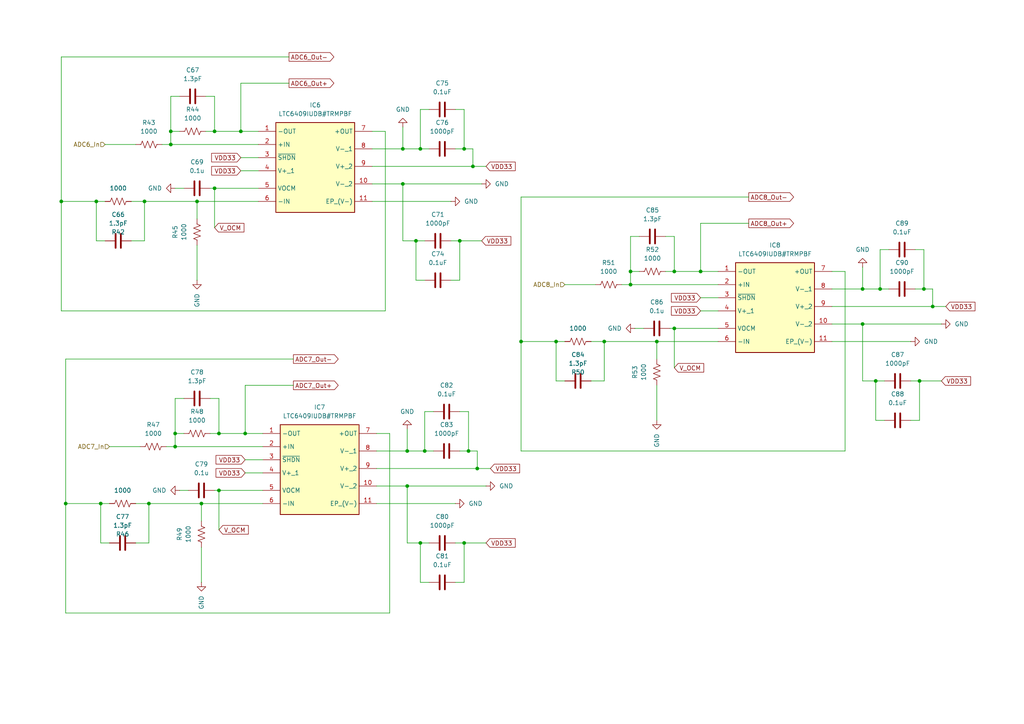
<source format=kicad_sch>
(kicad_sch (version 20231120) (generator "eeschema") (generator_version "8.0")
  (paper "A4")
  (lib_symbols
    (symbol "Device:C" (pin_numbers hide) (pin_names (offset 0.254))
      (property "Reference" "C" (at 0.635 2.54 0))
      (property "Value" "C" (at 0.635 -2.54 0))
      (symbol "C_0_1"
        (polyline (pts (xy -2.032 -0.762) (xy 2.032 -0.762)) (stroke (width 0.508)))
        (polyline (pts (xy -2.032 0.762) (xy 2.032 0.762)) (stroke (width 0.508)))
      )
      (symbol "C_1_1"
        (pin passive line (at 0 3.81 270) (length 2.794) (name "~") (number "1"))
        (pin passive line (at 0 -3.81 90) (length 2.794) (name "~") (number "2"))
      )
    )
    (symbol "Device:R_US" (pin_numbers hide) (pin_names (offset 0))
      (property "Reference" "R" (at 2.54 0 90))
      (property "Value" "R_US" (at -2.54 0 90))
      (symbol "R_US_0_1"
        (polyline (pts (xy 0 -2.286) (xy 0 -2.54)))
        (polyline (pts (xy 0 2.286) (xy 0 2.54)))
        (polyline (pts (xy 0 -0.762) (xy 1.016 -1.143) (xy 0 -1.524) (xy -1.016 -1.905) (xy 0 -2.286)))
        (polyline (pts (xy 0 0.762) (xy 1.016 0.381) (xy 0 0) (xy -1.016 -0.381) (xy 0 -0.762)))
        (polyline (pts (xy 0 2.286) (xy 1.016 1.905) (xy 0 1.524) (xy -1.016 1.143) (xy 0 0.762)))
      )
      (symbol "R_US_1_1"
        (pin passive line (at 0 3.81 270) (length 1.27) (name "~") (number "1"))
        (pin passive line (at 0 -3.81 90) (length 1.27) (name "~") (number "2"))
      )
    )
    (symbol "LTC6409IUDB#TRMPBF_1"
      (property "Reference" "IC" (at 53.34 0 0))
      (property "Value" "LTC6409IUDB#TRMPBF" (at 29.21 1.27 0))
      (symbol "LTC6409IUDB#TRMPBF_1_1_1"
        (rectangle (start 5.08 2.54) (end 27.94 -23.495) (stroke (width 0.254)) (fill (type background)))
        (pin passive line (at 0 0 0) (length 5.08) (name "-OUT") (number "1"))
        (pin passive line (at 33.02 -15.24 180) (length 5.08) (name "V-_2") (number "10"))
        (pin passive line (at 33.02 -20.32 180) (length 5.08) (name "EP_(V-)") (number "11"))
        (pin passive line (at 0 -3.81 0) (length 5.08) (name "+IN") (number "2"))
        (pin passive line (at 0 -7.62 0) (length 5.08) (name "~{SHDN}") (number "3"))
        (pin passive line (at 0 -11.43 0) (length 5.08) (name "V+_1") (number "4"))
        (pin passive line (at 0 -16.51 0) (length 5.08) (name "VOCM") (number "5"))
        (pin passive line (at 0 -20.32 0) (length 5.08) (name "-IN") (number "6"))
        (pin passive line (at 33.02 0 180) (length 5.08) (name "+OUT") (number "7"))
        (pin passive line (at 33.02 -5.08 180) (length 5.08) (name "V-_1") (number "8"))
        (pin passive line (at 33.02 -10.16 180) (length 5.08) (name "V+_2") (number "9"))
      )
    )
    (symbol "power:GND" (power) (pin_numbers hide) (pin_names (offset 0) hide)
      (property "Value" "GND" (at 0 -3.81 0))
      (symbol "GND_0_1"
        (polyline (pts (xy 0 0) (xy 0 -1.27) (xy 1.27 -1.27) (xy 0 -2.54) (xy -1.27 -1.27) (xy 0 -1.27)))
      )
      (symbol "GND_1_1"
        (pin power_in line (at 0 0 270) (length 0) (name "~") (number "1"))
      )
    )
  )
  (junction (at 134.62 43.18))
  (junction (at 63.5 142.24))
  (junction (at 266.7 110.49))
  (junction (at 50.8 129.54))
  (junction (at 133.35 69.85))
  (junction (at 151.13 99.06))
  (junction (at 123.19 130.81))
  (junction (at 203.2 78.74))
  (junction (at 62.23 38.1))
  (junction (at 49.53 41.91))
  (junction (at 27.94 58.42))
  (junction (at 190.5 99.06))
  (junction (at 250.19 83.82))
  (junction (at 250.19 93.98))
  (junction (at 137.16 48.26))
  (junction (at 69.85 38.1))
  (junction (at 116.84 43.18))
  (junction (at 50.8 125.73))
  (junction (at 57.15 58.42))
  (junction (at 19.05 146.05))
  (junction (at 118.11 130.81))
  (junction (at 161.29 99.06))
  (junction (at 134.62 157.48))
  (junction (at 255.27 83.82))
  (junction (at 195.58 78.74))
  (junction (at 62.23 54.61))
  (junction (at 175.26 99.06))
  (junction (at 43.18 146.05))
  (junction (at 41.91 58.42))
  (junction (at 182.88 82.55))
  (junction (at 267.97 83.82))
  (junction (at 63.5 125.73))
  (junction (at 254 110.49))
  (junction (at 195.58 95.25))
  (junction (at 182.88 78.74))
  (junction (at 71.12 125.73))
  (junction (at 17.78 58.42))
  (junction (at 58.42 146.05))
  (junction (at 121.92 43.18))
  (junction (at 135.89 130.81))
  (junction (at 121.92 157.48))
  (junction (at 270.51 88.9))
  (junction (at 118.11 140.97))
  (junction (at 138.43 135.89))
  (junction (at 49.53 38.1))
  (junction (at 116.84 53.34))
  (junction (at 29.21 146.05))
  (junction (at 120.65 69.85))
  (wire (pts (xy 254 121.92) (xy 254 110.49)))
  (wire (pts (xy 29.21 146.05) (xy 29.21 157.48)))
  (wire (pts (xy 107.95 48.26) (xy 137.16 48.26)))
  (wire (pts (xy 62.23 142.24) (xy 63.5 142.24)))
  (wire (pts (xy 63.5 115.57) (xy 63.5 125.73)))
  (wire (pts (xy 123.19 130.81) (xy 125.73 130.81)))
  (wire (pts (xy 60.96 115.57) (xy 63.5 115.57)))
  (wire (pts (xy 69.85 45.72) (xy 74.93 45.72)))
  (wire (pts (xy 50.8 54.61) (xy 53.34 54.61)))
  (wire (pts (xy 30.48 58.42) (xy 27.94 58.42)))
  (wire (pts (xy 182.88 82.55) (xy 208.28 82.55)))
  (wire (pts (xy 182.88 68.58) (xy 182.88 78.74)))
  (wire (pts (xy 171.45 99.06) (xy 175.26 99.06)))
  (wire (pts (xy 50.8 125.73) (xy 53.34 125.73)))
  (wire (pts (xy 31.75 146.05) (xy 29.21 146.05)))
  (wire (pts (xy 121.92 31.75) (xy 121.92 43.18)))
  (wire (pts (xy 120.65 69.85) (xy 123.19 69.85)))
  (wire (pts (xy 255.27 83.82) (xy 257.81 83.82)))
  (wire (pts (xy 69.85 38.1) (xy 69.85 24.13)))
  (wire (pts (xy 163.83 110.49) (xy 161.29 110.49)))
  (wire (pts (xy 38.1 58.42) (xy 41.91 58.42)))
  (wire (pts (xy 267.97 83.82) (xy 270.51 83.82)))
  (wire (pts (xy 116.84 53.34) (xy 139.7 53.34)))
  (wire (pts (xy 62.23 27.94) (xy 62.23 38.1)))
  (wire (pts (xy 58.42 168.91) (xy 58.42 158.75)))
  (wire (pts (xy 111.76 38.1) (xy 111.76 90.17)))
  (wire (pts (xy 118.11 140.97) (xy 140.97 140.97)))
  (wire (pts (xy 137.16 43.18) (xy 137.16 48.26)))
  (wire (pts (xy 43.18 146.05) (xy 43.18 157.48)))
  (wire (pts (xy 134.62 157.48) (xy 140.97 157.48)))
  (wire (pts (xy 151.13 99.06) (xy 151.13 57.15)))
  (wire (pts (xy 50.8 115.57) (xy 50.8 125.73)))
  (wire (pts (xy 163.83 82.55) (xy 172.72 82.55)))
  (wire (pts (xy 48.26 129.54) (xy 50.8 129.54)))
  (wire (pts (xy 109.22 140.97) (xy 118.11 140.97)))
  (wire (pts (xy 17.78 58.42) (xy 17.78 90.17)))
  (wire (pts (xy 135.89 130.81) (xy 138.43 130.81)))
  (wire (pts (xy 250.19 110.49) (xy 254 110.49)))
  (wire (pts (xy 124.46 31.75) (xy 121.92 31.75)))
  (wire (pts (xy 19.05 146.05) (xy 19.05 104.14)))
  (wire (pts (xy 57.15 81.28) (xy 57.15 71.12)))
  (wire (pts (xy 60.96 125.73) (xy 63.5 125.73)))
  (wire (pts (xy 241.3 88.9) (xy 270.51 88.9)))
  (wire (pts (xy 182.88 82.55) (xy 182.88 78.74)))
  (wire (pts (xy 63.5 142.24) (xy 63.5 153.67)))
  (wire (pts (xy 151.13 99.06) (xy 161.29 99.06)))
  (wire (pts (xy 250.19 77.47) (xy 250.19 83.82)))
  (wire (pts (xy 193.04 78.74) (xy 195.58 78.74)))
  (wire (pts (xy 109.22 135.89) (xy 138.43 135.89)))
  (wire (pts (xy 250.19 93.98) (xy 250.19 110.49)))
  (wire (pts (xy 138.43 135.89) (xy 142.24 135.89)))
  (wire (pts (xy 175.26 99.06) (xy 175.26 110.49)))
  (wire (pts (xy 63.5 142.24) (xy 76.2 142.24)))
  (wire (pts (xy 39.37 146.05) (xy 43.18 146.05)))
  (wire (pts (xy 107.95 58.42) (xy 130.81 58.42)))
  (wire (pts (xy 50.8 129.54) (xy 76.2 129.54)))
  (wire (pts (xy 19.05 146.05) (xy 29.21 146.05)))
  (wire (pts (xy 134.62 31.75) (xy 134.62 43.18)))
  (wire (pts (xy 17.78 58.42) (xy 17.78 16.51)))
  (wire (pts (xy 71.12 125.73) (xy 71.12 111.76)))
  (wire (pts (xy 255.27 72.39) (xy 255.27 83.82)))
  (wire (pts (xy 180.34 82.55) (xy 182.88 82.55)))
  (wire (pts (xy 203.2 86.36) (xy 208.28 86.36)))
  (wire (pts (xy 57.15 63.5) (xy 57.15 58.42)))
  (wire (pts (xy 151.13 99.06) (xy 151.13 130.81)))
  (wire (pts (xy 60.96 54.61) (xy 62.23 54.61)))
  (wire (pts (xy 121.92 157.48) (xy 124.46 157.48)))
  (wire (pts (xy 43.18 146.05) (xy 58.42 146.05)))
  (wire (pts (xy 135.89 119.38) (xy 135.89 130.81)))
  (wire (pts (xy 118.11 157.48) (xy 121.92 157.48)))
  (wire (pts (xy 109.22 146.05) (xy 132.08 146.05)))
  (wire (pts (xy 30.48 69.85) (xy 27.94 69.85)))
  (wire (pts (xy 109.22 130.81) (xy 118.11 130.81)))
  (wire (pts (xy 124.46 168.91) (xy 121.92 168.91)))
  (wire (pts (xy 118.11 130.81) (xy 123.19 130.81)))
  (wire (pts (xy 49.53 41.91) (xy 49.53 38.1)))
  (wire (pts (xy 50.8 129.54) (xy 50.8 125.73)))
  (wire (pts (xy 137.16 48.26) (xy 140.97 48.26)))
  (wire (pts (xy 118.11 140.97) (xy 118.11 157.48)))
  (wire (pts (xy 113.03 177.8) (xy 19.05 177.8)))
  (wire (pts (xy 69.85 49.53) (xy 74.93 49.53)))
  (wire (pts (xy 41.91 58.42) (xy 57.15 58.42)))
  (wire (pts (xy 31.75 129.54) (xy 40.64 129.54)))
  (wire (pts (xy 113.03 125.73) (xy 113.03 177.8)))
  (wire (pts (xy 62.23 38.1) (xy 69.85 38.1)))
  (wire (pts (xy 265.43 83.82) (xy 267.97 83.82)))
  (wire (pts (xy 203.2 78.74) (xy 203.2 64.77)))
  (wire (pts (xy 264.16 121.92) (xy 266.7 121.92)))
  (wire (pts (xy 130.81 69.85) (xy 133.35 69.85)))
  (wire (pts (xy 132.08 31.75) (xy 134.62 31.75)))
  (wire (pts (xy 132.08 168.91) (xy 134.62 168.91)))
  (wire (pts (xy 195.58 78.74) (xy 203.2 78.74)))
  (wire (pts (xy 71.12 137.16) (xy 76.2 137.16)))
  (wire (pts (xy 19.05 146.05) (xy 19.05 177.8)))
  (wire (pts (xy 130.81 81.28) (xy 133.35 81.28)))
  (wire (pts (xy 49.53 27.94) (xy 49.53 38.1)))
  (wire (pts (xy 109.22 125.73) (xy 113.03 125.73)))
  (wire (pts (xy 120.65 81.28) (xy 120.65 69.85)))
  (wire (pts (xy 194.31 95.25) (xy 195.58 95.25)))
  (wire (pts (xy 118.11 124.46) (xy 118.11 130.81)))
  (wire (pts (xy 257.81 72.39) (xy 255.27 72.39)))
  (wire (pts (xy 163.83 99.06) (xy 161.29 99.06)))
  (wire (pts (xy 69.85 38.1) (xy 74.93 38.1)))
  (wire (pts (xy 133.35 81.28) (xy 133.35 69.85)))
  (wire (pts (xy 46.99 41.91) (xy 49.53 41.91)))
  (wire (pts (xy 63.5 125.73) (xy 71.12 125.73)))
  (wire (pts (xy 133.35 130.81) (xy 135.89 130.81)))
  (wire (pts (xy 182.88 68.58) (xy 185.42 68.58)))
  (wire (pts (xy 184.15 95.25) (xy 186.69 95.25)))
  (wire (pts (xy 203.2 78.74) (xy 208.28 78.74)))
  (wire (pts (xy 62.23 54.61) (xy 62.23 66.04)))
  (wire (pts (xy 116.84 36.83) (xy 116.84 43.18)))
  (wire (pts (xy 264.16 110.49) (xy 266.7 110.49)))
  (wire (pts (xy 69.85 24.13) (xy 83.82 24.13)))
  (wire (pts (xy 17.78 16.51) (xy 83.82 16.51)))
  (wire (pts (xy 17.78 58.42) (xy 27.94 58.42)))
  (wire (pts (xy 49.53 41.91) (xy 74.93 41.91)))
  (wire (pts (xy 241.3 93.98) (xy 250.19 93.98)))
  (wire (pts (xy 41.91 58.42) (xy 41.91 69.85)))
  (wire (pts (xy 203.2 64.77) (xy 217.17 64.77)))
  (wire (pts (xy 182.88 78.74) (xy 185.42 78.74)))
  (wire (pts (xy 116.84 69.85) (xy 120.65 69.85)))
  (wire (pts (xy 241.3 99.06) (xy 264.16 99.06)))
  (wire (pts (xy 58.42 151.13) (xy 58.42 146.05)))
  (wire (pts (xy 107.95 38.1) (xy 111.76 38.1)))
  (wire (pts (xy 62.23 54.61) (xy 74.93 54.61)))
  (wire (pts (xy 107.95 53.34) (xy 116.84 53.34)))
  (wire (pts (xy 245.11 78.74) (xy 245.11 130.81)))
  (wire (pts (xy 30.48 41.91) (xy 39.37 41.91)))
  (wire (pts (xy 71.12 111.76) (xy 85.09 111.76)))
  (wire (pts (xy 203.2 90.17) (xy 208.28 90.17)))
  (wire (pts (xy 250.19 83.82) (xy 255.27 83.82)))
  (wire (pts (xy 39.37 157.48) (xy 43.18 157.48)))
  (wire (pts (xy 190.5 104.14) (xy 190.5 99.06)))
  (wire (pts (xy 241.3 83.82) (xy 250.19 83.82)))
  (wire (pts (xy 31.75 157.48) (xy 29.21 157.48)))
  (wire (pts (xy 111.76 90.17) (xy 17.78 90.17)))
  (wire (pts (xy 267.97 72.39) (xy 267.97 83.82)))
  (wire (pts (xy 27.94 58.42) (xy 27.94 69.85)))
  (wire (pts (xy 71.12 125.73) (xy 76.2 125.73)))
  (wire (pts (xy 50.8 115.57) (xy 53.34 115.57)))
  (wire (pts (xy 123.19 119.38) (xy 123.19 130.81)))
  (wire (pts (xy 132.08 43.18) (xy 134.62 43.18)))
  (wire (pts (xy 265.43 72.39) (xy 267.97 72.39)))
  (wire (pts (xy 195.58 95.25) (xy 195.58 106.68)))
  (wire (pts (xy 116.84 53.34) (xy 116.84 69.85)))
  (wire (pts (xy 123.19 81.28) (xy 120.65 81.28)))
  (wire (pts (xy 134.62 43.18) (xy 137.16 43.18)))
  (wire (pts (xy 190.5 99.06) (xy 208.28 99.06)))
  (wire (pts (xy 107.95 43.18) (xy 116.84 43.18)))
  (wire (pts (xy 254 110.49) (xy 256.54 110.49)))
  (wire (pts (xy 193.04 68.58) (xy 195.58 68.58)))
  (wire (pts (xy 121.92 168.91) (xy 121.92 157.48)))
  (wire (pts (xy 250.19 93.98) (xy 273.05 93.98)))
  (wire (pts (xy 175.26 99.06) (xy 190.5 99.06)))
  (wire (pts (xy 71.12 133.35) (xy 76.2 133.35)))
  (wire (pts (xy 58.42 146.05) (xy 76.2 146.05)))
  (wire (pts (xy 190.5 121.92) (xy 190.5 111.76)))
  (wire (pts (xy 256.54 121.92) (xy 254 121.92)))
  (wire (pts (xy 138.43 130.81) (xy 138.43 135.89)))
  (wire (pts (xy 133.35 69.85) (xy 139.7 69.85)))
  (wire (pts (xy 49.53 27.94) (xy 52.07 27.94)))
  (wire (pts (xy 270.51 83.82) (xy 270.51 88.9)))
  (wire (pts (xy 270.51 88.9) (xy 274.32 88.9)))
  (wire (pts (xy 134.62 168.91) (xy 134.62 157.48)))
  (wire (pts (xy 266.7 121.92) (xy 266.7 110.49)))
  (wire (pts (xy 57.15 58.42) (xy 74.93 58.42)))
  (wire (pts (xy 59.69 27.94) (xy 62.23 27.94)))
  (wire (pts (xy 49.53 38.1) (xy 52.07 38.1)))
  (wire (pts (xy 116.84 43.18) (xy 121.92 43.18)))
  (wire (pts (xy 195.58 95.25) (xy 208.28 95.25)))
  (wire (pts (xy 121.92 43.18) (xy 124.46 43.18)))
  (wire (pts (xy 161.29 99.06) (xy 161.29 110.49)))
  (wire (pts (xy 245.11 130.81) (xy 151.13 130.81)))
  (wire (pts (xy 195.58 68.58) (xy 195.58 78.74)))
  (wire (pts (xy 171.45 110.49) (xy 175.26 110.49)))
  (wire (pts (xy 133.35 119.38) (xy 135.89 119.38)))
  (wire (pts (xy 52.07 142.24) (xy 54.61 142.24)))
  (wire (pts (xy 19.05 104.14) (xy 85.09 104.14)))
  (wire (pts (xy 266.7 110.49) (xy 273.05 110.49)))
  (wire (pts (xy 151.13 57.15) (xy 217.17 57.15)))
  (wire (pts (xy 59.69 38.1) (xy 62.23 38.1)))
  (wire (pts (xy 38.1 69.85) (xy 41.91 69.85)))
  (wire (pts (xy 125.73 119.38) (xy 123.19 119.38)))
  (wire (pts (xy 241.3 78.74) (xy 245.11 78.74)))
  (wire (pts (xy 132.08 157.48) (xy 134.62 157.48)))
  (global_label "VDD33" (shape input) (at 139.7 69.85 0) (property "Intersheetrefs" "${INTERSHEET_REFS}" (effects (hide yes))))
  (global_label "ADC6_Out-" (shape output) (at 83.82 16.51 0) (property "Intersheetrefs" "${INTERSHEET_REFS}" (effects (hide yes))))
  (global_label "V_OCM" (shape input) (at 63.5 153.67 0) (property "Intersheetrefs" "${INTERSHEET_REFS}" (effects (hide yes))))
  (global_label "VDD33" (shape input) (at 203.2 90.17 180) (property "Intersheetrefs" "${INTERSHEET_REFS}" (effects (hide yes))))
  (global_label "ADC8_Out-" (shape output) (at 217.17 57.15 0) (property "Intersheetrefs" "${INTERSHEET_REFS}" (effects (hide yes))))
  (global_label "VDD33" (shape input) (at 274.32 88.9 0) (property "Intersheetrefs" "${INTERSHEET_REFS}" (effects (hide yes))))
  (global_label "ADC8_Out+" (shape output) (at 217.17 64.77 0) (property "Intersheetrefs" "${INTERSHEET_REFS}" (effects (hide yes))))
  (global_label "VDD33" (shape input) (at 142.24 135.89 0) (property "Intersheetrefs" "${INTERSHEET_REFS}" (effects (hide yes))))
  (global_label "VDD33" (shape input) (at 71.12 133.35 180) (property "Intersheetrefs" "${INTERSHEET_REFS}" (effects (hide yes))))
  (global_label "ADC6_Out+" (shape output) (at 83.82 24.13 0) (property "Intersheetrefs" "${INTERSHEET_REFS}" (effects (hide yes))))
  (global_label "ADC7_Out+" (shape output) (at 85.09 111.76 0) (property "Intersheetrefs" "${INTERSHEET_REFS}" (effects (hide yes))))
  (global_label "VDD33" (shape input) (at 140.97 48.26 0) (property "Intersheetrefs" "${INTERSHEET_REFS}" (effects (hide yes))))
  (global_label "VDD33" (shape input) (at 203.2 86.36 180) (property "Intersheetrefs" "${INTERSHEET_REFS}" (effects (hide yes))))
  (global_label "VDD33" (shape input) (at 273.05 110.49 0) (property "Intersheetrefs" "${INTERSHEET_REFS}" (effects (hide yes))))
  (global_label "V_OCM" (shape input) (at 195.58 106.68 0) (property "Intersheetrefs" "${INTERSHEET_REFS}" (effects (hide yes))))
  (global_label "VDD33" (shape input) (at 69.85 49.53 180) (property "Intersheetrefs" "${INTERSHEET_REFS}" (effects (hide yes))))
  (global_label "ADC7_Out-" (shape output) (at 85.09 104.14 0) (property "Intersheetrefs" "${INTERSHEET_REFS}" (effects (hide yes))))
  (global_label "VDD33" (shape input) (at 140.97 157.48 0) (property "Intersheetrefs" "${INTERSHEET_REFS}" (effects (hide yes))))
  (global_label "VDD33" (shape input) (at 71.12 137.16 180) (property "Intersheetrefs" "${INTERSHEET_REFS}" (effects (hide yes))))
  (global_label "V_OCM" (shape input) (at 62.23 66.04 0) (property "Intersheetrefs" "${INTERSHEET_REFS}" (effects (hide yes))))
  (global_label "VDD33" (shape input) (at 69.85 45.72 180) (property "Intersheetrefs" "${INTERSHEET_REFS}" (effects (hide yes))))
  (hierarchical_label "ADC8_In" (shape input) (at 163.83 82.55 180))
  (hierarchical_label "ADC7_In" (shape input) (at 31.75 129.54 180))
  (hierarchical_label "ADC6_In" (shape input) (at 30.48 41.91 180))
  (symbol (lib_id "power:GND") (at 132.08 146.05 90) (unit 1)
    (property "Reference" "#PWR078" (effects (hide yes)))
    (property "Value" "GND" (at 135.89 146.0499 90) (effects (justify right)))
    (property "Description" "Power symbol creates a global label with name \"GND\" , ground" (effects (hide yes)))
  )
  (symbol (lib_id "Device:C") (at 58.42 142.24 270) (unit 1)
    (property "Reference" "C79" (at 58.42 134.62 90))
    (property "Value" "0.1u" (at 58.42 137.16 90))
    (property "Footprint" "Capacitor_SMD:C_0603_1608Metric" (effects (hide yes)))
    (property "Description" "Unpolarized capacitor" (effects (hide yes)))
  )
  (symbol (lib_id "Device:C") (at 261.62 83.82 90) (unit 1)
    (property "Reference" "C90" (at 261.62 76.2 90))
    (property "Value" "1000pF" (at 261.62 78.74 90))
    (property "Footprint" "Capacitor_SMD:C_0603_1608Metric" (effects (hide yes)))
    (property "Description" "Unpolarized capacitor" (effects (hide yes)))
  )
  (symbol (lib_id "power:GND") (at 116.84 36.83 180) (unit 1)
    (property "Reference" "#PWR071" (effects (hide yes)))
    (property "Value" "GND" (at 116.84 31.75 0))
    (property "Description" "Power symbol creates a global label with name \"GND\" , ground" (effects (hide yes)))
  )
  (symbol (lib_id "Device:C") (at 261.62 72.39 90) (unit 1)
    (property "Reference" "C89" (at 261.62 64.77 90))
    (property "Value" "0.1uF" (at 261.62 67.31 90))
    (property "Footprint" "Capacitor_SMD:C_0603_1608Metric" (effects (hide yes)))
    (property "Description" "Unpolarized capacitor" (effects (hide yes)))
  )
  (symbol (lib_id "Device:R_US") (at 58.42 154.94 0) (unit 1)
    (property "Reference" "R49" (at 52.07 154.94 90))
    (property "Value" "1000" (at 54.61 154.94 90))
    (property "Footprint" "Resistor_SMD:R_0603_1608Metric" (effects (hide yes)))
    (property "Description" "Resistor, US symbol" (effects (hide yes)))
  )
  (symbol (lib_id "power:GND") (at 130.81 58.42 90) (unit 1)
    (property "Reference" "#PWR072" (effects (hide yes)))
    (property "Value" "GND" (at 134.62 58.4199 90) (effects (justify right)))
    (property "Description" "Power symbol creates a global label with name \"GND\" , ground" (effects (hide yes)))
  )
  (symbol (lib_id "power:GND") (at 184.15 95.25 270) (unit 1)
    (property "Reference" "#PWR080" (effects (hide yes)))
    (property "Value" "GND" (at 180.34 95.2499 90) (effects (justify right)))
    (property "Description" "Power symbol creates a global label with name \"GND\" , ground" (effects (hide yes)))
  )
  (symbol (lib_id "Device:C") (at 57.15 54.61 270) (unit 1)
    (property "Reference" "C69" (at 57.15 46.99 90))
    (property "Value" "0.1u" (at 57.15 49.53 90))
    (property "Footprint" "Capacitor_SMD:C_0603_1608Metric" (effects (hide yes)))
    (property "Description" "Unpolarized capacitor" (effects (hide yes)))
  )
  (symbol (lib_id "Device:C") (at 167.64 110.49 90) (unit 1)
    (property "Reference" "C84" (at 167.64 102.87 90))
    (property "Value" "1.3pF" (at 167.64 105.41 90))
    (property "Footprint" "Capacitor_SMD:C_0603_1608Metric" (effects (hide yes)))
    (property "Description" "Unpolarized capacitor" (effects (hide yes)))
  )
  (symbol (lib_id "Device:C") (at 128.27 31.75 90) (unit 1)
    (property "Reference" "C75" (at 128.27 24.13 90))
    (property "Value" "0.1uF" (at 128.27 26.67 90))
    (property "Footprint" "Capacitor_SMD:C_0603_1608Metric" (effects (hide yes)))
    (property "Description" "Unpolarized capacitor" (effects (hide yes)))
  )
  (symbol (lib_id "Device:R_US") (at 35.56 146.05 270) (unit 1)
    (property "Reference" "R46" (at 35.56 154.94 90))
    (property "Value" "1000" (at 35.56 142.24 90))
    (property "Footprint" "Resistor_SMD:R_0603_1608Metric" (effects (hide yes)))
    (property "Description" "Resistor, US symbol" (effects (hide yes)))
  )
  (symbol (lib_id "power:GND") (at 52.07 142.24 270) (unit 1)
    (property "Reference" "#PWR074" (effects (hide yes)))
    (property "Value" "GND" (at 48.26 142.2399 90) (effects (justify right)))
    (property "Description" "Power symbol creates a global label with name \"GND\" , ground" (effects (hide yes)))
  )
  (symbol (lib_id "power:GND") (at 273.05 93.98 90) (unit 1)
    (property "Reference" "#PWR084" (effects (hide yes)))
    (property "Value" "GND" (at 276.86 93.9799 90) (effects (justify right)))
    (property "Description" "Power symbol creates a global label with name \"GND\" , ground" (effects (hide yes)))
  )
  (symbol (lib_id "Device:C") (at 190.5 95.25 270) (unit 1)
    (property "Reference" "C86" (at 190.5 87.63 90))
    (property "Value" "0.1u" (at 190.5 90.17 90))
    (property "Footprint" "Capacitor_SMD:C_0603_1608Metric" (effects (hide yes)))
    (property "Description" "Unpolarized capacitor" (effects (hide yes)))
  )
  (symbol (lib_id "Device:C") (at 128.27 43.18 90) (unit 1)
    (property "Reference" "C76" (at 128.27 35.56 90))
    (property "Value" "1000pF" (at 128.27 38.1 90))
    (property "Footprint" "Capacitor_SMD:C_0603_1608Metric" (effects (hide yes)))
    (property "Description" "Unpolarized capacitor" (effects (hide yes)))
  )
  (symbol (lib_id "power:GND") (at 140.97 140.97 90) (unit 1)
    (property "Reference" "#PWR079" (effects (hide yes)))
    (property "Value" "GND" (at 144.78 140.9699 90) (effects (justify right)))
    (property "Description" "Power symbol creates a global label with name \"GND\" , ground" (effects (hide yes)))
  )
  (symbol (lib_id "Device:C") (at 129.54 119.38 90) (unit 1)
    (property "Reference" "C82" (at 129.54 111.76 90))
    (property "Value" "0.1uF" (at 129.54 114.3 90))
    (property "Footprint" "Capacitor_SMD:C_0603_1608Metric" (effects (hide yes)))
    (property "Description" "Unpolarized capacitor" (effects (hide yes)))
  )
  (symbol (lib_id "Device:R_US") (at 55.88 38.1 270) (unit 1)
    (property "Reference" "R44" (at 55.88 31.75 90))
    (property "Value" "1000" (at 55.88 34.29 90))
    (property "Footprint" "Resistor_SMD:R_0603_1608Metric" (effects (hide yes)))
    (property "Description" "Resistor, US symbol" (effects (hide yes)))
  )
  (symbol (lib_id "power:GND") (at 250.19 77.47 180) (unit 1)
    (property "Reference" "#PWR082" (effects (hide yes)))
    (property "Value" "GND" (at 250.19 72.39 0))
    (property "Description" "Power symbol creates a global label with name \"GND\" , ground" (effects (hide yes)))
  )
  (symbol (lib_id "power:GND") (at 264.16 99.06 90) (unit 1)
    (property "Reference" "#PWR083" (effects (hide yes)))
    (property "Value" "GND" (at 267.97 99.0599 90) (effects (justify right)))
    (property "Description" "Power symbol creates a global label with name \"GND\" , ground" (effects (hide yes)))
  )
  (symbol (lib_id "power:GND") (at 50.8 54.61 270) (unit 1)
    (property "Reference" "#PWR069" (effects (hide yes)))
    (property "Value" "GND" (at 46.99 54.6099 90) (effects (justify right)))
    (property "Description" "Power symbol creates a global label with name \"GND\" , ground" (effects (hide yes)))
  )
  (symbol (lib_id "Device:C") (at 55.88 27.94 90) (unit 1)
    (property "Reference" "C67" (at 55.88 20.32 90))
    (property "Value" "1.3pF" (at 55.88 22.86 90))
    (property "Footprint" "Capacitor_SMD:C_0603_1608Metric" (effects (hide yes)))
    (property "Description" "Unpolarized capacitor" (effects (hide yes)))
  )
  (symbol (lib_id "Device:R_US") (at 43.18 41.91 270) (unit 1)
    (property "Reference" "R43" (at 43.18 35.56 90))
    (property "Value" "1000" (at 43.18 38.1 90))
    (property "Footprint" "Resistor_SMD:R_0603_1608Metric" (effects (hide yes)))
    (property "Description" "Resistor, US symbol" (effects (hide yes)))
  )
  (symbol (lib_id "Device:C") (at 128.27 168.91 90) (unit 1)
    (property "Reference" "C81" (at 128.27 161.29 90))
    (property "Value" "0.1uF" (at 128.27 163.83 90))
    (property "Footprint" "Capacitor_SMD:C_0603_1608Metric" (effects (hide yes)))
    (property "Description" "Unpolarized capacitor" (effects (hide yes)))
  )
  (symbol (lib_id "Device:C") (at 127 81.28 90) (unit 1)
    (property "Reference" "C74" (at 127 73.66 90))
    (property "Value" "0.1uF" (at 127 76.2 90))
    (property "Footprint" "Capacitor_SMD:C_0603_1608Metric" (effects (hide yes)))
    (property "Description" "Unpolarized capacitor" (effects (hide yes)))
  )
  (symbol (lib_id "power:GND") (at 118.11 124.46 180) (unit 1)
    (property "Reference" "#PWR076" (effects (hide yes)))
    (property "Value" "GND" (at 118.11 119.38 0))
    (property "Description" "Power symbol creates a global label with name \"GND\" , ground" (effects (hide yes)))
  )
  (symbol (lib_id "Device:C") (at 260.35 121.92 90) (unit 1)
    (property "Reference" "C88" (at 260.35 114.3 90))
    (property "Value" "0.1uF" (at 260.35 116.84 90))
    (property "Footprint" "Capacitor_SMD:C_0603_1608Metric" (effects (hide yes)))
    (property "Description" "Unpolarized capacitor" (effects (hide yes)))
  )
  (symbol (lib_id "Device:C") (at 57.15 115.57 90) (unit 1)
    (property "Reference" "C78" (at 57.15 107.95 90))
    (property "Value" "1.3pF" (at 57.15 110.49 90))
    (property "Footprint" "Capacitor_SMD:C_0603_1608Metric" (effects (hide yes)))
    (property "Description" "Unpolarized capacitor" (effects (hide yes)))
  )
  (symbol (lib_id "Device:C") (at 189.23 68.58 90) (unit 1)
    (property "Reference" "C85" (at 189.23 60.96 90))
    (property "Value" "1.3pF" (at 189.23 63.5 90))
    (property "Footprint" "Capacitor_SMD:C_0603_1608Metric" (effects (hide yes)))
    (property "Description" "Unpolarized capacitor" (effects (hide yes)))
  )
  (symbol (lib_id "Device:R_US") (at 176.53 82.55 270) (unit 1)
    (property "Reference" "R51" (at 176.53 76.2 90))
    (property "Value" "1000" (at 176.53 78.74 90))
    (property "Footprint" "Resistor_SMD:R_0603_1608Metric" (effects (hide yes)))
    (property "Description" "Resistor, US symbol" (effects (hide yes)))
  )
  (symbol (lib_id "Device:R_US") (at 57.15 125.73 270) (unit 1)
    (property "Reference" "R48" (at 57.15 119.38 90))
    (property "Value" "1000" (at 57.15 121.92 90))
    (property "Footprint" "Resistor_SMD:R_0603_1608Metric" (effects (hide yes)))
    (property "Description" "Resistor, US symbol" (effects (hide yes)))
  )
  (symbol (lib_id "power:GND") (at 190.5 121.92 0) (unit 1)
    (property "Reference" "#PWR081" (effects (hide yes)))
    (property "Value" "GND" (at 190.4999 125.73 90) (effects (justify right)))
    (property "Description" "Power symbol creates a global label with name \"GND\" , ground" (effects (hide yes)))
  )
  (symbol (lib_id "power:GND") (at 58.42 168.91 0) (unit 1)
    (property "Reference" "#PWR075" (effects (hide yes)))
    (property "Value" "GND" (at 58.4199 172.72 90) (effects (justify right)))
    (property "Description" "Power symbol creates a global label with name \"GND\" , ground" (effects (hide yes)))
  )
  (symbol (lib_id "Device:R_US") (at 34.29 58.42 270) (unit 1)
    (property "Reference" "R42" (at 34.29 67.31 90))
    (property "Value" "1000" (at 34.29 54.61 90))
    (property "Footprint" "Resistor_SMD:R_0603_1608Metric" (effects (hide yes)))
    (property "Description" "Resistor, US symbol" (effects (hide yes)))
  )
  (symbol (lib_id "Device:R_US") (at 190.5 107.95 0) (unit 1)
    (property "Reference" "R53" (at 184.15 107.95 90))
    (property "Value" "1000" (at 186.69 107.95 90))
    (property "Footprint" "Resistor_SMD:R_0603_1608Metric" (effects (hide yes)))
    (property "Description" "Resistor, US symbol" (effects (hide yes)))
  )
  (symbol (lib_id "power:GND") (at 139.7 53.34 90) (unit 1)
    (property "Reference" "#PWR073" (effects (hide yes)))
    (property "Value" "GND" (at 143.51 53.3399 90) (effects (justify right)))
    (property "Description" "Power symbol creates a global label with name \"GND\" , ground" (effects (hide yes)))
  )
  (symbol (lib_id "Device:C") (at 260.35 110.49 90) (unit 1)
    (property "Reference" "C87" (at 260.35 102.87 90))
    (property "Value" "1000pF" (at 260.35 105.41 90))
    (property "Footprint" "Capacitor_SMD:C_0603_1608Metric" (effects (hide yes)))
    (property "Description" "Unpolarized capacitor" (effects (hide yes)))
  )
  (symbol (lib_id "Device:R_US") (at 44.45 129.54 270) (unit 1)
    (property "Reference" "R47" (at 44.45 123.19 90))
    (property "Value" "1000" (at 44.45 125.73 90))
    (property "Footprint" "Resistor_SMD:R_0603_1608Metric" (effects (hide yes)))
    (property "Description" "Resistor, US symbol" (effects (hide yes)))
  )
  (symbol (lib_id "Device:R_US") (at 167.64 99.06 270) (unit 1)
    (property "Reference" "R50" (at 167.64 107.95 90))
    (property "Value" "1000" (at 167.64 95.25 90))
    (property "Footprint" "Resistor_SMD:R_0603_1608Metric" (effects (hide yes)))
    (property "Description" "Resistor, US symbol" (effects (hide yes)))
  )
  (symbol (lib_id "power:GND") (at 57.15 81.28 0) (unit 1)
    (property "Reference" "#PWR070" (effects (hide yes)))
    (property "Value" "GND" (at 57.1499 85.09 90) (effects (justify right)))
    (property "Description" "Power symbol creates a global label with name \"GND\" , ground" (effects (hide yes)))
  )
  (symbol (lib_id "Device:C") (at 35.56 157.48 90) (unit 1)
    (property "Reference" "C77" (at 35.56 149.86 90))
    (property "Value" "1.3pF" (at 35.56 152.4 90))
    (property "Footprint" "Capacitor_SMD:C_0603_1608Metric" (effects (hide yes)))
    (property "Description" "Unpolarized capacitor" (effects (hide yes)))
  )
  (symbol (lib_name "LTC6409IUDB#TRMPBF_1") (lib_id "LTC6409IUDB#TRMPBF:LTC6409IUDB#TRMPBF") (at 76.2 125.73 0) (unit 1)
    (property "Reference" "IC7" (at 92.71 118.11 0))
    (property "Value" "LTC6409IUDB#TRMPBF" (at 92.71 120.65 0))
    (property "Footprint" "LTC6409IUDB_TRMPBF:QFN-10_UDB_LIT" (effects (hide yes)))
    (property "Datasheet" "https://www.analog.com/media/en/technical-documentation/data-sheets/6409fb.pdf" (effects (hide yes)))
    (property "Description" "High Speed Operational Amplifiers 10GHz GBW 1.1nV/rtHz Differential Amp" (effects (hide yes)))
    (property "Height" "0.85" (effects (hide yes)))
    (property "Mouser Part Number" "584-C6409IUDBTRMPBF" (effects (hide yes)))
    (property "Mouser Price/Stock" "https://www.mouser.co.uk/ProductDetail/Analog-Devices/LTC6409IUDBTRMPBF?qs=hVkxg5c3xu%252BCxcBUxz33zw%3D%3D" (effects (hide yes)))
    (property "Manufacturer_Name" "Analog Devices" (effects (hide yes)))
    (property "Manufacturer_Part_Number" "LTC6409IUDB#TRMPBF" (effects (hide yes)))
  )
  (symbol (lib_id "Device:C") (at 128.27 157.48 90) (unit 1)
    (property "Reference" "C80" (at 128.27 149.86 90))
    (property "Value" "1000pF" (at 128.27 152.4 90))
    (property "Footprint" "Capacitor_SMD:C_0603_1608Metric" (effects (hide yes)))
    (property "Description" "Unpolarized capacitor" (effects (hide yes)))
  )
  (symbol (lib_id "Device:R_US") (at 57.15 67.31 0) (unit 1)
    (property "Reference" "R45" (at 50.8 67.31 90))
    (property "Value" "1000" (at 53.34 67.31 90))
    (property "Footprint" "Resistor_SMD:R_0603_1608Metric" (effects (hide yes)))
    (property "Description" "Resistor, US symbol" (effects (hide yes)))
  )
  (symbol (lib_id "Device:C") (at 129.54 130.81 90) (unit 1)
    (property "Reference" "C83" (at 129.54 123.19 90))
    (property "Value" "1000pF" (at 129.54 125.73 90))
    (property "Footprint" "Capacitor_SMD:C_0603_1608Metric" (effects (hide yes)))
    (property "Description" "Unpolarized capacitor" (effects (hide yes)))
  )
  (symbol (lib_name "LTC6409IUDB#TRMPBF_1") (lib_id "LTC6409IUDB#TRMPBF:LTC6409IUDB#TRMPBF") (at 74.93 38.1 0) (unit 1)
    (property "Reference" "IC6" (at 91.44 30.48 0))
    (property "Value" "LTC6409IUDB#TRMPBF" (at 91.44 33.02 0))
    (property "Footprint" "LTC6409IUDB_TRMPBF:QFN-10_UDB_LIT" (effects (hide yes)))
    (property "Datasheet" "https://www.analog.com/media/en/technical-documentation/data-sheets/6409fb.pdf" (effects (hide yes)))
    (property "Description" "High Speed Operational Amplifiers 10GHz GBW 1.1nV/rtHz Differential Amp" (effects (hide yes)))
    (property "Height" "0.85" (effects (hide yes)))
    (property "Mouser Part Number" "584-C6409IUDBTRMPBF" (effects (hide yes)))
    (property "Mouser Price/Stock" "https://www.mouser.co.uk/ProductDetail/Analog-Devices/LTC6409IUDBTRMPBF?qs=hVkxg5c3xu%252BCxcBUxz33zw%3D%3D" (effects (hide yes)))
    (property "Manufacturer_Name" "Analog Devices" (effects (hide yes)))
    (property "Manufacturer_Part_Number" "LTC6409IUDB#TRMPBF" (effects (hide yes)))
  )
  (symbol (lib_name "LTC6409IUDB#TRMPBF_1") (lib_id "LTC6409IUDB#TRMPBF:LTC6409IUDB#TRMPBF") (at 208.28 78.74 0) (unit 1)
    (property "Reference" "IC8" (at 224.79 71.12 0))
    (property "Value" "LTC6409IUDB#TRMPBF" (at 224.79 73.66 0))
    (property "Footprint" "LTC6409IUDB_TRMPBF:QFN-10_UDB_LIT" (effects (hide yes)))
    (property "Datasheet" "https://www.analog.com/media/en/technical-documentation/data-sheets/6409fb.pdf" (effects (hide yes)))
    (property "Description" "High Speed Operational Amplifiers 10GHz GBW 1.1nV/rtHz Differential Amp" (effects (hide yes)))
    (property "Height" "0.85" (effects (hide yes)))
    (property "Mouser Part Number" "584-C6409IUDBTRMPBF" (effects (hide yes)))
    (property "Mouser Price/Stock" "https://www.mouser.co.uk/ProductDetail/Analog-Devices/LTC6409IUDBTRMPBF?qs=hVkxg5c3xu%252BCxcBUxz33zw%3D%3D" (effects (hide yes)))
    (property "Manufacturer_Name" "Analog Devices" (effects (hide yes)))
    (property "Manufacturer_Part_Number" "LTC6409IUDB#TRMPBF" (effects (hide yes)))
  )
  (symbol (lib_id "Device:R_US") (at 189.23 78.74 270) (unit 1)
    (property "Reference" "R52" (at 189.23 72.39 90))
    (property "Value" "1000" (at 189.23 74.93 90))
    (property "Footprint" "Resistor_SMD:R_0603_1608Metric" (effects (hide yes)))
    (property "Description" "Resistor, US symbol" (effects (hide yes)))
  )
  (symbol (lib_id "Device:C") (at 127 69.85 90) (unit 1)
    (property "Reference" "C71" (at 127 62.23 90))
    (property "Value" "1000pF" (at 127 64.77 90))
    (property "Footprint" "Capacitor_SMD:C_0603_1608Metric" (effects (hide yes)))
    (property "Description" "Unpolarized capacitor" (effects (hide yes)))
  )
  (symbol (lib_id "Device:C") (at 34.29 69.85 90) (unit 1)
    (property "Reference" "C66" (at 34.29 62.23 90))
    (property "Value" "1.3pF" (at 34.29 64.77 90))
    (property "Footprint" "Capacitor_SMD:C_0603_1608Metric" (effects (hide yes)))
    (property "Description" "Unpolarized capacitor" (effects (hide yes)))
  )
)
</source>
